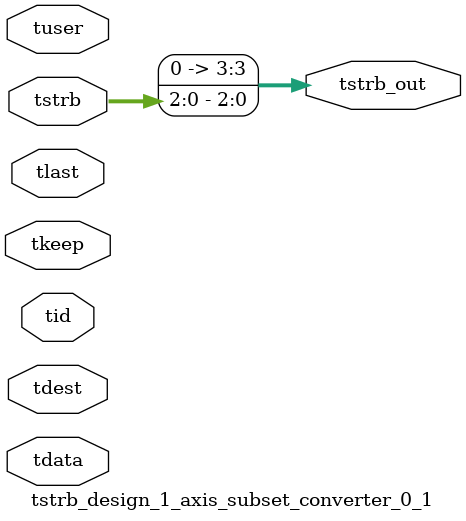
<source format=v>


`timescale 1ps/1ps

module tstrb_design_1_axis_subset_converter_0_1 #
(
parameter C_S_AXIS_TDATA_WIDTH = 32,
parameter C_S_AXIS_TUSER_WIDTH = 0,
parameter C_S_AXIS_TID_WIDTH   = 0,
parameter C_S_AXIS_TDEST_WIDTH = 0,
parameter C_M_AXIS_TDATA_WIDTH = 32
)
(
input  [(C_S_AXIS_TDATA_WIDTH == 0 ? 1 : C_S_AXIS_TDATA_WIDTH)-1:0     ] tdata,
input  [(C_S_AXIS_TUSER_WIDTH == 0 ? 1 : C_S_AXIS_TUSER_WIDTH)-1:0     ] tuser,
input  [(C_S_AXIS_TID_WIDTH   == 0 ? 1 : C_S_AXIS_TID_WIDTH)-1:0       ] tid,
input  [(C_S_AXIS_TDEST_WIDTH == 0 ? 1 : C_S_AXIS_TDEST_WIDTH)-1:0     ] tdest,
input  [(C_S_AXIS_TDATA_WIDTH/8)-1:0 ] tkeep,
input  [(C_S_AXIS_TDATA_WIDTH/8)-1:0 ] tstrb,
input                                                                    tlast,
output [(C_M_AXIS_TDATA_WIDTH/8)-1:0 ] tstrb_out
);

assign tstrb_out = {tstrb[2:0]};

endmodule


</source>
